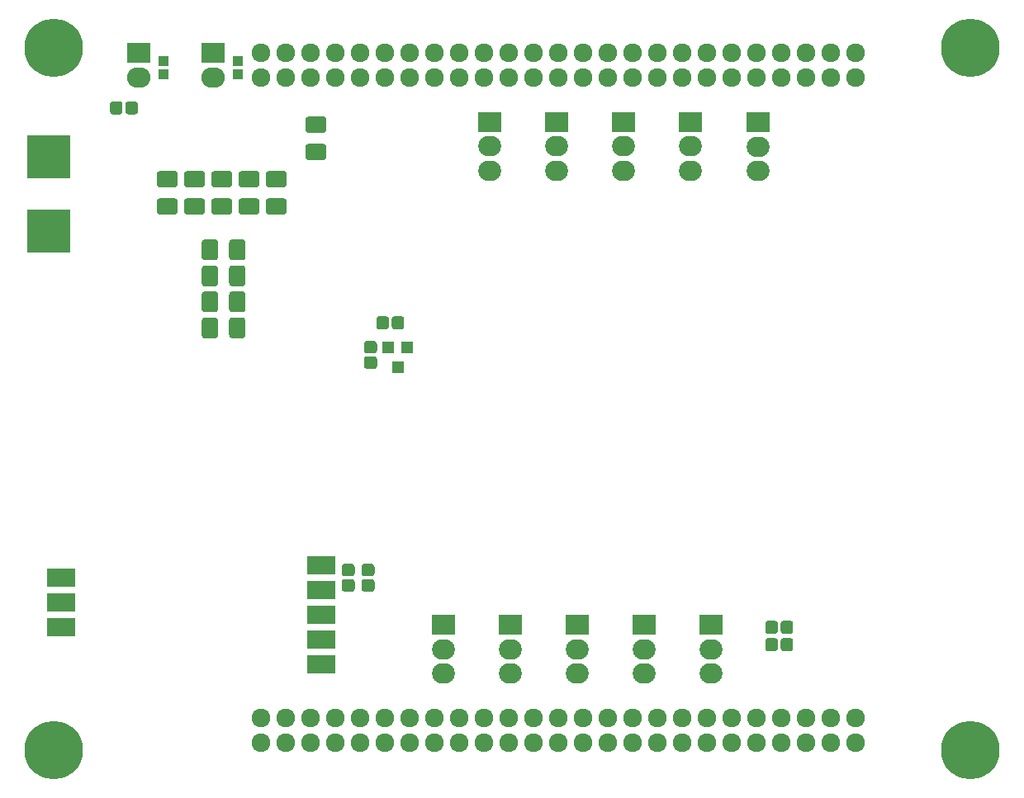
<source format=gbr>
G04 #@! TF.GenerationSoftware,KiCad,Pcbnew,(5.0.0)*
G04 #@! TF.CreationDate,2019-05-21T21:20:10+02:00*
G04 #@! TF.ProjectId,Nightmare V2 pcb V6,4E696768746D61726520563220706362,rev?*
G04 #@! TF.SameCoordinates,Original*
G04 #@! TF.FileFunction,Soldermask,Bot*
G04 #@! TF.FilePolarity,Negative*
%FSLAX46Y46*%
G04 Gerber Fmt 4.6, Leading zero omitted, Abs format (unit mm)*
G04 Created by KiCad (PCBNEW (5.0.0)) date 05/21/19 21:20:10*
%MOMM*%
%LPD*%
G01*
G04 APERTURE LIST*
%ADD10C,0.100000*%
%ADD11C,1.275000*%
%ADD12R,1.200000X1.300000*%
%ADD13R,2.350000X2.100000*%
%ADD14O,2.350000X2.100000*%
%ADD15C,1.924000*%
%ADD16R,1.100000X1.000000*%
%ADD17C,6.000000*%
%ADD18C,1.650000*%
%ADD19R,2.400000X2.100000*%
%ADD20O,2.400000X2.100000*%
%ADD21R,4.400000X4.400000*%
%ADD22R,2.940000X1.924000*%
G04 APERTURE END LIST*
D10*
G04 #@! TO.C,R12*
G36*
X160649493Y-106514535D02*
X160680435Y-106519125D01*
X160710778Y-106526725D01*
X160740230Y-106537263D01*
X160768508Y-106550638D01*
X160795338Y-106566719D01*
X160820463Y-106585353D01*
X160843640Y-106606360D01*
X160864647Y-106629537D01*
X160883281Y-106654662D01*
X160899362Y-106681492D01*
X160912737Y-106709770D01*
X160923275Y-106739222D01*
X160930875Y-106769565D01*
X160935465Y-106800507D01*
X160937000Y-106831750D01*
X160937000Y-107544250D01*
X160935465Y-107575493D01*
X160930875Y-107606435D01*
X160923275Y-107636778D01*
X160912737Y-107666230D01*
X160899362Y-107694508D01*
X160883281Y-107721338D01*
X160864647Y-107746463D01*
X160843640Y-107769640D01*
X160820463Y-107790647D01*
X160795338Y-107809281D01*
X160768508Y-107825362D01*
X160740230Y-107838737D01*
X160710778Y-107849275D01*
X160680435Y-107856875D01*
X160649493Y-107861465D01*
X160618250Y-107863000D01*
X159980750Y-107863000D01*
X159949507Y-107861465D01*
X159918565Y-107856875D01*
X159888222Y-107849275D01*
X159858770Y-107838737D01*
X159830492Y-107825362D01*
X159803662Y-107809281D01*
X159778537Y-107790647D01*
X159755360Y-107769640D01*
X159734353Y-107746463D01*
X159715719Y-107721338D01*
X159699638Y-107694508D01*
X159686263Y-107666230D01*
X159675725Y-107636778D01*
X159668125Y-107606435D01*
X159663535Y-107575493D01*
X159662000Y-107544250D01*
X159662000Y-106831750D01*
X159663535Y-106800507D01*
X159668125Y-106769565D01*
X159675725Y-106739222D01*
X159686263Y-106709770D01*
X159699638Y-106681492D01*
X159715719Y-106654662D01*
X159734353Y-106629537D01*
X159755360Y-106606360D01*
X159778537Y-106585353D01*
X159803662Y-106566719D01*
X159830492Y-106550638D01*
X159858770Y-106537263D01*
X159888222Y-106526725D01*
X159918565Y-106519125D01*
X159949507Y-106514535D01*
X159980750Y-106513000D01*
X160618250Y-106513000D01*
X160649493Y-106514535D01*
X160649493Y-106514535D01*
G37*
D11*
X160299500Y-107188000D03*
D10*
G36*
X159074493Y-106514535D02*
X159105435Y-106519125D01*
X159135778Y-106526725D01*
X159165230Y-106537263D01*
X159193508Y-106550638D01*
X159220338Y-106566719D01*
X159245463Y-106585353D01*
X159268640Y-106606360D01*
X159289647Y-106629537D01*
X159308281Y-106654662D01*
X159324362Y-106681492D01*
X159337737Y-106709770D01*
X159348275Y-106739222D01*
X159355875Y-106769565D01*
X159360465Y-106800507D01*
X159362000Y-106831750D01*
X159362000Y-107544250D01*
X159360465Y-107575493D01*
X159355875Y-107606435D01*
X159348275Y-107636778D01*
X159337737Y-107666230D01*
X159324362Y-107694508D01*
X159308281Y-107721338D01*
X159289647Y-107746463D01*
X159268640Y-107769640D01*
X159245463Y-107790647D01*
X159220338Y-107809281D01*
X159193508Y-107825362D01*
X159165230Y-107838737D01*
X159135778Y-107849275D01*
X159105435Y-107856875D01*
X159074493Y-107861465D01*
X159043250Y-107863000D01*
X158405750Y-107863000D01*
X158374507Y-107861465D01*
X158343565Y-107856875D01*
X158313222Y-107849275D01*
X158283770Y-107838737D01*
X158255492Y-107825362D01*
X158228662Y-107809281D01*
X158203537Y-107790647D01*
X158180360Y-107769640D01*
X158159353Y-107746463D01*
X158140719Y-107721338D01*
X158124638Y-107694508D01*
X158111263Y-107666230D01*
X158100725Y-107636778D01*
X158093125Y-107606435D01*
X158088535Y-107575493D01*
X158087000Y-107544250D01*
X158087000Y-106831750D01*
X158088535Y-106800507D01*
X158093125Y-106769565D01*
X158100725Y-106739222D01*
X158111263Y-106709770D01*
X158124638Y-106681492D01*
X158140719Y-106654662D01*
X158159353Y-106629537D01*
X158180360Y-106606360D01*
X158203537Y-106585353D01*
X158228662Y-106566719D01*
X158255492Y-106550638D01*
X158283770Y-106537263D01*
X158313222Y-106526725D01*
X158343565Y-106519125D01*
X158374507Y-106514535D01*
X158405750Y-106513000D01*
X159043250Y-106513000D01*
X159074493Y-106514535D01*
X159074493Y-106514535D01*
G37*
D11*
X158724500Y-107188000D03*
G04 #@! TD*
D10*
G04 #@! TO.C,R8*
G36*
X157867493Y-109066535D02*
X157898435Y-109071125D01*
X157928778Y-109078725D01*
X157958230Y-109089263D01*
X157986508Y-109102638D01*
X158013338Y-109118719D01*
X158038463Y-109137353D01*
X158061640Y-109158360D01*
X158082647Y-109181537D01*
X158101281Y-109206662D01*
X158117362Y-109233492D01*
X158130737Y-109261770D01*
X158141275Y-109291222D01*
X158148875Y-109321565D01*
X158153465Y-109352507D01*
X158155000Y-109383750D01*
X158155000Y-110021250D01*
X158153465Y-110052493D01*
X158148875Y-110083435D01*
X158141275Y-110113778D01*
X158130737Y-110143230D01*
X158117362Y-110171508D01*
X158101281Y-110198338D01*
X158082647Y-110223463D01*
X158061640Y-110246640D01*
X158038463Y-110267647D01*
X158013338Y-110286281D01*
X157986508Y-110302362D01*
X157958230Y-110315737D01*
X157928778Y-110326275D01*
X157898435Y-110333875D01*
X157867493Y-110338465D01*
X157836250Y-110340000D01*
X157123750Y-110340000D01*
X157092507Y-110338465D01*
X157061565Y-110333875D01*
X157031222Y-110326275D01*
X157001770Y-110315737D01*
X156973492Y-110302362D01*
X156946662Y-110286281D01*
X156921537Y-110267647D01*
X156898360Y-110246640D01*
X156877353Y-110223463D01*
X156858719Y-110198338D01*
X156842638Y-110171508D01*
X156829263Y-110143230D01*
X156818725Y-110113778D01*
X156811125Y-110083435D01*
X156806535Y-110052493D01*
X156805000Y-110021250D01*
X156805000Y-109383750D01*
X156806535Y-109352507D01*
X156811125Y-109321565D01*
X156818725Y-109291222D01*
X156829263Y-109261770D01*
X156842638Y-109233492D01*
X156858719Y-109206662D01*
X156877353Y-109181537D01*
X156898360Y-109158360D01*
X156921537Y-109137353D01*
X156946662Y-109118719D01*
X156973492Y-109102638D01*
X157001770Y-109089263D01*
X157031222Y-109078725D01*
X157061565Y-109071125D01*
X157092507Y-109066535D01*
X157123750Y-109065000D01*
X157836250Y-109065000D01*
X157867493Y-109066535D01*
X157867493Y-109066535D01*
G37*
D11*
X157480000Y-109702500D03*
D10*
G36*
X157867493Y-110641535D02*
X157898435Y-110646125D01*
X157928778Y-110653725D01*
X157958230Y-110664263D01*
X157986508Y-110677638D01*
X158013338Y-110693719D01*
X158038463Y-110712353D01*
X158061640Y-110733360D01*
X158082647Y-110756537D01*
X158101281Y-110781662D01*
X158117362Y-110808492D01*
X158130737Y-110836770D01*
X158141275Y-110866222D01*
X158148875Y-110896565D01*
X158153465Y-110927507D01*
X158155000Y-110958750D01*
X158155000Y-111596250D01*
X158153465Y-111627493D01*
X158148875Y-111658435D01*
X158141275Y-111688778D01*
X158130737Y-111718230D01*
X158117362Y-111746508D01*
X158101281Y-111773338D01*
X158082647Y-111798463D01*
X158061640Y-111821640D01*
X158038463Y-111842647D01*
X158013338Y-111861281D01*
X157986508Y-111877362D01*
X157958230Y-111890737D01*
X157928778Y-111901275D01*
X157898435Y-111908875D01*
X157867493Y-111913465D01*
X157836250Y-111915000D01*
X157123750Y-111915000D01*
X157092507Y-111913465D01*
X157061565Y-111908875D01*
X157031222Y-111901275D01*
X157001770Y-111890737D01*
X156973492Y-111877362D01*
X156946662Y-111861281D01*
X156921537Y-111842647D01*
X156898360Y-111821640D01*
X156877353Y-111798463D01*
X156858719Y-111773338D01*
X156842638Y-111746508D01*
X156829263Y-111718230D01*
X156818725Y-111688778D01*
X156811125Y-111658435D01*
X156806535Y-111627493D01*
X156805000Y-111596250D01*
X156805000Y-110958750D01*
X156806535Y-110927507D01*
X156811125Y-110896565D01*
X156818725Y-110866222D01*
X156829263Y-110836770D01*
X156842638Y-110808492D01*
X156858719Y-110781662D01*
X156877353Y-110756537D01*
X156898360Y-110733360D01*
X156921537Y-110712353D01*
X156946662Y-110693719D01*
X156973492Y-110677638D01*
X157001770Y-110664263D01*
X157031222Y-110653725D01*
X157061565Y-110646125D01*
X157092507Y-110641535D01*
X157123750Y-110640000D01*
X157836250Y-110640000D01*
X157867493Y-110641535D01*
X157867493Y-110641535D01*
G37*
D11*
X157480000Y-111277500D03*
G04 #@! TD*
D12*
G04 #@! TO.C,Q2*
X159324000Y-109744000D03*
X161224000Y-109744000D03*
X160274000Y-111744000D03*
G04 #@! TD*
D13*
G04 #@! TO.C,J14*
X164973000Y-138176000D03*
D14*
X164973000Y-140676000D03*
X164973000Y-143176000D03*
G04 #@! TD*
D13*
G04 #@! TO.C,J9*
X197231000Y-86614000D03*
D14*
X197231000Y-89114000D03*
X197231000Y-91614000D03*
G04 #@! TD*
D15*
G04 #@! TO.C,U4*
X146270000Y-79470000D03*
X148810000Y-79470000D03*
X151350000Y-79470000D03*
X153890000Y-79470000D03*
X146270000Y-147730000D03*
X148810000Y-147730000D03*
X207230000Y-150270000D03*
X204690000Y-150270000D03*
X202150000Y-150270000D03*
X199610000Y-150270000D03*
X197070000Y-150270000D03*
X194530000Y-150270000D03*
X191990000Y-150270000D03*
X189450000Y-150270000D03*
X186910000Y-150270000D03*
X184370000Y-150270000D03*
X181830000Y-150270000D03*
X179290000Y-150270000D03*
X176750000Y-150270000D03*
X174210000Y-150270000D03*
X171670000Y-150270000D03*
X169130000Y-150270000D03*
X166590000Y-150270000D03*
X164050000Y-150270000D03*
X161510000Y-150270000D03*
X158970000Y-150270000D03*
X156430000Y-150270000D03*
X153890000Y-150270000D03*
X151350000Y-150270000D03*
X148810000Y-150270000D03*
X146270000Y-150270000D03*
X207230000Y-147730000D03*
X204690000Y-147730000D03*
X202150000Y-147730000D03*
X199610000Y-147730000D03*
X197070000Y-147730000D03*
X194530000Y-147730000D03*
X191990000Y-147730000D03*
X189450000Y-147730000D03*
X186910000Y-147730000D03*
X184370000Y-147730000D03*
X181830000Y-147730000D03*
X179290000Y-147730000D03*
X176750000Y-147730000D03*
X174210000Y-147730000D03*
X171670000Y-147730000D03*
X169130000Y-147730000D03*
X166590000Y-147730000D03*
X164050000Y-147730000D03*
X161510000Y-147730000D03*
X158970000Y-147730000D03*
X156430000Y-147730000D03*
X153890000Y-147730000D03*
X151350000Y-147730000D03*
X207230000Y-82010000D03*
X204690000Y-82010000D03*
X202150000Y-82010000D03*
X199610000Y-82010000D03*
X197070000Y-82010000D03*
X194530000Y-82010000D03*
X191990000Y-82010000D03*
X189450000Y-82010000D03*
X186910000Y-82010000D03*
X184370000Y-82010000D03*
X181830000Y-82010000D03*
X179290000Y-82010000D03*
X176750000Y-82010000D03*
X174210000Y-82010000D03*
X171670000Y-82010000D03*
X169130000Y-82010000D03*
X166590000Y-82010000D03*
X164050000Y-82010000D03*
X161510000Y-82010000D03*
X158970000Y-82010000D03*
X156430000Y-82010000D03*
X153890000Y-82010000D03*
X151350000Y-82010000D03*
X148810000Y-82010000D03*
X146270000Y-82010000D03*
X207230000Y-79470000D03*
X204690000Y-79470000D03*
X202150000Y-79470000D03*
X199610000Y-79470000D03*
X197070000Y-79470000D03*
X194530000Y-79470000D03*
X191990000Y-79470000D03*
X189450000Y-79470000D03*
X186910000Y-79470000D03*
X184370000Y-79470000D03*
X181830000Y-79470000D03*
X179290000Y-79470000D03*
X176750000Y-79470000D03*
X174210000Y-79470000D03*
X171670000Y-79470000D03*
X169130000Y-79470000D03*
X166590000Y-79470000D03*
X164050000Y-79470000D03*
X161510000Y-79470000D03*
X158970000Y-79470000D03*
X156430000Y-79470000D03*
G04 #@! TD*
D16*
G04 #@! TO.C,D3*
X143891000Y-81726000D03*
X143891000Y-80326000D03*
G04 #@! TD*
G04 #@! TO.C,D2*
X136271000Y-80326000D03*
X136271000Y-81726000D03*
G04 #@! TD*
D17*
G04 #@! TO.C,MH4*
X219000000Y-151000000D03*
G04 #@! TD*
G04 #@! TO.C,MH3*
X219000000Y-79000000D03*
G04 #@! TD*
G04 #@! TO.C,MH1*
X125000000Y-151000000D03*
G04 #@! TD*
G04 #@! TO.C,MH2*
X125000000Y-79000000D03*
G04 #@! TD*
D10*
G04 #@! TO.C,C1*
G36*
X133344493Y-84467335D02*
X133375435Y-84471925D01*
X133405778Y-84479525D01*
X133435230Y-84490063D01*
X133463508Y-84503438D01*
X133490338Y-84519519D01*
X133515463Y-84538153D01*
X133538640Y-84559160D01*
X133559647Y-84582337D01*
X133578281Y-84607462D01*
X133594362Y-84634292D01*
X133607737Y-84662570D01*
X133618275Y-84692022D01*
X133625875Y-84722365D01*
X133630465Y-84753307D01*
X133632000Y-84784550D01*
X133632000Y-85497050D01*
X133630465Y-85528293D01*
X133625875Y-85559235D01*
X133618275Y-85589578D01*
X133607737Y-85619030D01*
X133594362Y-85647308D01*
X133578281Y-85674138D01*
X133559647Y-85699263D01*
X133538640Y-85722440D01*
X133515463Y-85743447D01*
X133490338Y-85762081D01*
X133463508Y-85778162D01*
X133435230Y-85791537D01*
X133405778Y-85802075D01*
X133375435Y-85809675D01*
X133344493Y-85814265D01*
X133313250Y-85815800D01*
X132675750Y-85815800D01*
X132644507Y-85814265D01*
X132613565Y-85809675D01*
X132583222Y-85802075D01*
X132553770Y-85791537D01*
X132525492Y-85778162D01*
X132498662Y-85762081D01*
X132473537Y-85743447D01*
X132450360Y-85722440D01*
X132429353Y-85699263D01*
X132410719Y-85674138D01*
X132394638Y-85647308D01*
X132381263Y-85619030D01*
X132370725Y-85589578D01*
X132363125Y-85559235D01*
X132358535Y-85528293D01*
X132357000Y-85497050D01*
X132357000Y-84784550D01*
X132358535Y-84753307D01*
X132363125Y-84722365D01*
X132370725Y-84692022D01*
X132381263Y-84662570D01*
X132394638Y-84634292D01*
X132410719Y-84607462D01*
X132429353Y-84582337D01*
X132450360Y-84559160D01*
X132473537Y-84538153D01*
X132498662Y-84519519D01*
X132525492Y-84503438D01*
X132553770Y-84490063D01*
X132583222Y-84479525D01*
X132613565Y-84471925D01*
X132644507Y-84467335D01*
X132675750Y-84465800D01*
X133313250Y-84465800D01*
X133344493Y-84467335D01*
X133344493Y-84467335D01*
G37*
D11*
X132994500Y-85140800D03*
D10*
G36*
X131769493Y-84467335D02*
X131800435Y-84471925D01*
X131830778Y-84479525D01*
X131860230Y-84490063D01*
X131888508Y-84503438D01*
X131915338Y-84519519D01*
X131940463Y-84538153D01*
X131963640Y-84559160D01*
X131984647Y-84582337D01*
X132003281Y-84607462D01*
X132019362Y-84634292D01*
X132032737Y-84662570D01*
X132043275Y-84692022D01*
X132050875Y-84722365D01*
X132055465Y-84753307D01*
X132057000Y-84784550D01*
X132057000Y-85497050D01*
X132055465Y-85528293D01*
X132050875Y-85559235D01*
X132043275Y-85589578D01*
X132032737Y-85619030D01*
X132019362Y-85647308D01*
X132003281Y-85674138D01*
X131984647Y-85699263D01*
X131963640Y-85722440D01*
X131940463Y-85743447D01*
X131915338Y-85762081D01*
X131888508Y-85778162D01*
X131860230Y-85791537D01*
X131830778Y-85802075D01*
X131800435Y-85809675D01*
X131769493Y-85814265D01*
X131738250Y-85815800D01*
X131100750Y-85815800D01*
X131069507Y-85814265D01*
X131038565Y-85809675D01*
X131008222Y-85802075D01*
X130978770Y-85791537D01*
X130950492Y-85778162D01*
X130923662Y-85762081D01*
X130898537Y-85743447D01*
X130875360Y-85722440D01*
X130854353Y-85699263D01*
X130835719Y-85674138D01*
X130819638Y-85647308D01*
X130806263Y-85619030D01*
X130795725Y-85589578D01*
X130788125Y-85559235D01*
X130783535Y-85528293D01*
X130782000Y-85497050D01*
X130782000Y-84784550D01*
X130783535Y-84753307D01*
X130788125Y-84722365D01*
X130795725Y-84692022D01*
X130806263Y-84662570D01*
X130819638Y-84634292D01*
X130835719Y-84607462D01*
X130854353Y-84582337D01*
X130875360Y-84559160D01*
X130898537Y-84538153D01*
X130923662Y-84519519D01*
X130950492Y-84503438D01*
X130978770Y-84490063D01*
X131008222Y-84479525D01*
X131038565Y-84471925D01*
X131069507Y-84467335D01*
X131100750Y-84465800D01*
X131738250Y-84465800D01*
X131769493Y-84467335D01*
X131769493Y-84467335D01*
G37*
D11*
X131419500Y-85140800D03*
G04 #@! TD*
D10*
G04 #@! TO.C,C67*
G36*
X157613493Y-133501535D02*
X157644435Y-133506125D01*
X157674778Y-133513725D01*
X157704230Y-133524263D01*
X157732508Y-133537638D01*
X157759338Y-133553719D01*
X157784463Y-133572353D01*
X157807640Y-133593360D01*
X157828647Y-133616537D01*
X157847281Y-133641662D01*
X157863362Y-133668492D01*
X157876737Y-133696770D01*
X157887275Y-133726222D01*
X157894875Y-133756565D01*
X157899465Y-133787507D01*
X157901000Y-133818750D01*
X157901000Y-134456250D01*
X157899465Y-134487493D01*
X157894875Y-134518435D01*
X157887275Y-134548778D01*
X157876737Y-134578230D01*
X157863362Y-134606508D01*
X157847281Y-134633338D01*
X157828647Y-134658463D01*
X157807640Y-134681640D01*
X157784463Y-134702647D01*
X157759338Y-134721281D01*
X157732508Y-134737362D01*
X157704230Y-134750737D01*
X157674778Y-134761275D01*
X157644435Y-134768875D01*
X157613493Y-134773465D01*
X157582250Y-134775000D01*
X156869750Y-134775000D01*
X156838507Y-134773465D01*
X156807565Y-134768875D01*
X156777222Y-134761275D01*
X156747770Y-134750737D01*
X156719492Y-134737362D01*
X156692662Y-134721281D01*
X156667537Y-134702647D01*
X156644360Y-134681640D01*
X156623353Y-134658463D01*
X156604719Y-134633338D01*
X156588638Y-134606508D01*
X156575263Y-134578230D01*
X156564725Y-134548778D01*
X156557125Y-134518435D01*
X156552535Y-134487493D01*
X156551000Y-134456250D01*
X156551000Y-133818750D01*
X156552535Y-133787507D01*
X156557125Y-133756565D01*
X156564725Y-133726222D01*
X156575263Y-133696770D01*
X156588638Y-133668492D01*
X156604719Y-133641662D01*
X156623353Y-133616537D01*
X156644360Y-133593360D01*
X156667537Y-133572353D01*
X156692662Y-133553719D01*
X156719492Y-133537638D01*
X156747770Y-133524263D01*
X156777222Y-133513725D01*
X156807565Y-133506125D01*
X156838507Y-133501535D01*
X156869750Y-133500000D01*
X157582250Y-133500000D01*
X157613493Y-133501535D01*
X157613493Y-133501535D01*
G37*
D11*
X157226000Y-134137500D03*
D10*
G36*
X157613493Y-131926535D02*
X157644435Y-131931125D01*
X157674778Y-131938725D01*
X157704230Y-131949263D01*
X157732508Y-131962638D01*
X157759338Y-131978719D01*
X157784463Y-131997353D01*
X157807640Y-132018360D01*
X157828647Y-132041537D01*
X157847281Y-132066662D01*
X157863362Y-132093492D01*
X157876737Y-132121770D01*
X157887275Y-132151222D01*
X157894875Y-132181565D01*
X157899465Y-132212507D01*
X157901000Y-132243750D01*
X157901000Y-132881250D01*
X157899465Y-132912493D01*
X157894875Y-132943435D01*
X157887275Y-132973778D01*
X157876737Y-133003230D01*
X157863362Y-133031508D01*
X157847281Y-133058338D01*
X157828647Y-133083463D01*
X157807640Y-133106640D01*
X157784463Y-133127647D01*
X157759338Y-133146281D01*
X157732508Y-133162362D01*
X157704230Y-133175737D01*
X157674778Y-133186275D01*
X157644435Y-133193875D01*
X157613493Y-133198465D01*
X157582250Y-133200000D01*
X156869750Y-133200000D01*
X156838507Y-133198465D01*
X156807565Y-133193875D01*
X156777222Y-133186275D01*
X156747770Y-133175737D01*
X156719492Y-133162362D01*
X156692662Y-133146281D01*
X156667537Y-133127647D01*
X156644360Y-133106640D01*
X156623353Y-133083463D01*
X156604719Y-133058338D01*
X156588638Y-133031508D01*
X156575263Y-133003230D01*
X156564725Y-132973778D01*
X156557125Y-132943435D01*
X156552535Y-132912493D01*
X156551000Y-132881250D01*
X156551000Y-132243750D01*
X156552535Y-132212507D01*
X156557125Y-132181565D01*
X156564725Y-132151222D01*
X156575263Y-132121770D01*
X156588638Y-132093492D01*
X156604719Y-132066662D01*
X156623353Y-132041537D01*
X156644360Y-132018360D01*
X156667537Y-131997353D01*
X156692662Y-131978719D01*
X156719492Y-131962638D01*
X156747770Y-131949263D01*
X156777222Y-131938725D01*
X156807565Y-131931125D01*
X156838507Y-131926535D01*
X156869750Y-131925000D01*
X157582250Y-131925000D01*
X157613493Y-131926535D01*
X157613493Y-131926535D01*
G37*
D11*
X157226000Y-132562500D03*
G04 #@! TD*
D10*
G04 #@! TO.C,C66*
G36*
X155581493Y-131926535D02*
X155612435Y-131931125D01*
X155642778Y-131938725D01*
X155672230Y-131949263D01*
X155700508Y-131962638D01*
X155727338Y-131978719D01*
X155752463Y-131997353D01*
X155775640Y-132018360D01*
X155796647Y-132041537D01*
X155815281Y-132066662D01*
X155831362Y-132093492D01*
X155844737Y-132121770D01*
X155855275Y-132151222D01*
X155862875Y-132181565D01*
X155867465Y-132212507D01*
X155869000Y-132243750D01*
X155869000Y-132881250D01*
X155867465Y-132912493D01*
X155862875Y-132943435D01*
X155855275Y-132973778D01*
X155844737Y-133003230D01*
X155831362Y-133031508D01*
X155815281Y-133058338D01*
X155796647Y-133083463D01*
X155775640Y-133106640D01*
X155752463Y-133127647D01*
X155727338Y-133146281D01*
X155700508Y-133162362D01*
X155672230Y-133175737D01*
X155642778Y-133186275D01*
X155612435Y-133193875D01*
X155581493Y-133198465D01*
X155550250Y-133200000D01*
X154837750Y-133200000D01*
X154806507Y-133198465D01*
X154775565Y-133193875D01*
X154745222Y-133186275D01*
X154715770Y-133175737D01*
X154687492Y-133162362D01*
X154660662Y-133146281D01*
X154635537Y-133127647D01*
X154612360Y-133106640D01*
X154591353Y-133083463D01*
X154572719Y-133058338D01*
X154556638Y-133031508D01*
X154543263Y-133003230D01*
X154532725Y-132973778D01*
X154525125Y-132943435D01*
X154520535Y-132912493D01*
X154519000Y-132881250D01*
X154519000Y-132243750D01*
X154520535Y-132212507D01*
X154525125Y-132181565D01*
X154532725Y-132151222D01*
X154543263Y-132121770D01*
X154556638Y-132093492D01*
X154572719Y-132066662D01*
X154591353Y-132041537D01*
X154612360Y-132018360D01*
X154635537Y-131997353D01*
X154660662Y-131978719D01*
X154687492Y-131962638D01*
X154715770Y-131949263D01*
X154745222Y-131938725D01*
X154775565Y-131931125D01*
X154806507Y-131926535D01*
X154837750Y-131925000D01*
X155550250Y-131925000D01*
X155581493Y-131926535D01*
X155581493Y-131926535D01*
G37*
D11*
X155194000Y-132562500D03*
D10*
G36*
X155581493Y-133501535D02*
X155612435Y-133506125D01*
X155642778Y-133513725D01*
X155672230Y-133524263D01*
X155700508Y-133537638D01*
X155727338Y-133553719D01*
X155752463Y-133572353D01*
X155775640Y-133593360D01*
X155796647Y-133616537D01*
X155815281Y-133641662D01*
X155831362Y-133668492D01*
X155844737Y-133696770D01*
X155855275Y-133726222D01*
X155862875Y-133756565D01*
X155867465Y-133787507D01*
X155869000Y-133818750D01*
X155869000Y-134456250D01*
X155867465Y-134487493D01*
X155862875Y-134518435D01*
X155855275Y-134548778D01*
X155844737Y-134578230D01*
X155831362Y-134606508D01*
X155815281Y-134633338D01*
X155796647Y-134658463D01*
X155775640Y-134681640D01*
X155752463Y-134702647D01*
X155727338Y-134721281D01*
X155700508Y-134737362D01*
X155672230Y-134750737D01*
X155642778Y-134761275D01*
X155612435Y-134768875D01*
X155581493Y-134773465D01*
X155550250Y-134775000D01*
X154837750Y-134775000D01*
X154806507Y-134773465D01*
X154775565Y-134768875D01*
X154745222Y-134761275D01*
X154715770Y-134750737D01*
X154687492Y-134737362D01*
X154660662Y-134721281D01*
X154635537Y-134702647D01*
X154612360Y-134681640D01*
X154591353Y-134658463D01*
X154572719Y-134633338D01*
X154556638Y-134606508D01*
X154543263Y-134578230D01*
X154532725Y-134548778D01*
X154525125Y-134518435D01*
X154520535Y-134487493D01*
X154519000Y-134456250D01*
X154519000Y-133818750D01*
X154520535Y-133787507D01*
X154525125Y-133756565D01*
X154532725Y-133726222D01*
X154543263Y-133696770D01*
X154556638Y-133668492D01*
X154572719Y-133641662D01*
X154591353Y-133616537D01*
X154612360Y-133593360D01*
X154635537Y-133572353D01*
X154660662Y-133553719D01*
X154687492Y-133537638D01*
X154715770Y-133524263D01*
X154745222Y-133513725D01*
X154775565Y-133506125D01*
X154806507Y-133501535D01*
X154837750Y-133500000D01*
X155550250Y-133500000D01*
X155581493Y-133501535D01*
X155581493Y-133501535D01*
G37*
D11*
X155194000Y-134137500D03*
G04 #@! TD*
D10*
G04 #@! TO.C,C64*
G36*
X198952493Y-139534535D02*
X198983435Y-139539125D01*
X199013778Y-139546725D01*
X199043230Y-139557263D01*
X199071508Y-139570638D01*
X199098338Y-139586719D01*
X199123463Y-139605353D01*
X199146640Y-139626360D01*
X199167647Y-139649537D01*
X199186281Y-139674662D01*
X199202362Y-139701492D01*
X199215737Y-139729770D01*
X199226275Y-139759222D01*
X199233875Y-139789565D01*
X199238465Y-139820507D01*
X199240000Y-139851750D01*
X199240000Y-140564250D01*
X199238465Y-140595493D01*
X199233875Y-140626435D01*
X199226275Y-140656778D01*
X199215737Y-140686230D01*
X199202362Y-140714508D01*
X199186281Y-140741338D01*
X199167647Y-140766463D01*
X199146640Y-140789640D01*
X199123463Y-140810647D01*
X199098338Y-140829281D01*
X199071508Y-140845362D01*
X199043230Y-140858737D01*
X199013778Y-140869275D01*
X198983435Y-140876875D01*
X198952493Y-140881465D01*
X198921250Y-140883000D01*
X198283750Y-140883000D01*
X198252507Y-140881465D01*
X198221565Y-140876875D01*
X198191222Y-140869275D01*
X198161770Y-140858737D01*
X198133492Y-140845362D01*
X198106662Y-140829281D01*
X198081537Y-140810647D01*
X198058360Y-140789640D01*
X198037353Y-140766463D01*
X198018719Y-140741338D01*
X198002638Y-140714508D01*
X197989263Y-140686230D01*
X197978725Y-140656778D01*
X197971125Y-140626435D01*
X197966535Y-140595493D01*
X197965000Y-140564250D01*
X197965000Y-139851750D01*
X197966535Y-139820507D01*
X197971125Y-139789565D01*
X197978725Y-139759222D01*
X197989263Y-139729770D01*
X198002638Y-139701492D01*
X198018719Y-139674662D01*
X198037353Y-139649537D01*
X198058360Y-139626360D01*
X198081537Y-139605353D01*
X198106662Y-139586719D01*
X198133492Y-139570638D01*
X198161770Y-139557263D01*
X198191222Y-139546725D01*
X198221565Y-139539125D01*
X198252507Y-139534535D01*
X198283750Y-139533000D01*
X198921250Y-139533000D01*
X198952493Y-139534535D01*
X198952493Y-139534535D01*
G37*
D11*
X198602500Y-140208000D03*
D10*
G36*
X200527493Y-139534535D02*
X200558435Y-139539125D01*
X200588778Y-139546725D01*
X200618230Y-139557263D01*
X200646508Y-139570638D01*
X200673338Y-139586719D01*
X200698463Y-139605353D01*
X200721640Y-139626360D01*
X200742647Y-139649537D01*
X200761281Y-139674662D01*
X200777362Y-139701492D01*
X200790737Y-139729770D01*
X200801275Y-139759222D01*
X200808875Y-139789565D01*
X200813465Y-139820507D01*
X200815000Y-139851750D01*
X200815000Y-140564250D01*
X200813465Y-140595493D01*
X200808875Y-140626435D01*
X200801275Y-140656778D01*
X200790737Y-140686230D01*
X200777362Y-140714508D01*
X200761281Y-140741338D01*
X200742647Y-140766463D01*
X200721640Y-140789640D01*
X200698463Y-140810647D01*
X200673338Y-140829281D01*
X200646508Y-140845362D01*
X200618230Y-140858737D01*
X200588778Y-140869275D01*
X200558435Y-140876875D01*
X200527493Y-140881465D01*
X200496250Y-140883000D01*
X199858750Y-140883000D01*
X199827507Y-140881465D01*
X199796565Y-140876875D01*
X199766222Y-140869275D01*
X199736770Y-140858737D01*
X199708492Y-140845362D01*
X199681662Y-140829281D01*
X199656537Y-140810647D01*
X199633360Y-140789640D01*
X199612353Y-140766463D01*
X199593719Y-140741338D01*
X199577638Y-140714508D01*
X199564263Y-140686230D01*
X199553725Y-140656778D01*
X199546125Y-140626435D01*
X199541535Y-140595493D01*
X199540000Y-140564250D01*
X199540000Y-139851750D01*
X199541535Y-139820507D01*
X199546125Y-139789565D01*
X199553725Y-139759222D01*
X199564263Y-139729770D01*
X199577638Y-139701492D01*
X199593719Y-139674662D01*
X199612353Y-139649537D01*
X199633360Y-139626360D01*
X199656537Y-139605353D01*
X199681662Y-139586719D01*
X199708492Y-139570638D01*
X199736770Y-139557263D01*
X199766222Y-139546725D01*
X199796565Y-139539125D01*
X199827507Y-139534535D01*
X199858750Y-139533000D01*
X200496250Y-139533000D01*
X200527493Y-139534535D01*
X200527493Y-139534535D01*
G37*
D11*
X200177500Y-140208000D03*
G04 #@! TD*
D10*
G04 #@! TO.C,C65*
G36*
X200527493Y-137756535D02*
X200558435Y-137761125D01*
X200588778Y-137768725D01*
X200618230Y-137779263D01*
X200646508Y-137792638D01*
X200673338Y-137808719D01*
X200698463Y-137827353D01*
X200721640Y-137848360D01*
X200742647Y-137871537D01*
X200761281Y-137896662D01*
X200777362Y-137923492D01*
X200790737Y-137951770D01*
X200801275Y-137981222D01*
X200808875Y-138011565D01*
X200813465Y-138042507D01*
X200815000Y-138073750D01*
X200815000Y-138786250D01*
X200813465Y-138817493D01*
X200808875Y-138848435D01*
X200801275Y-138878778D01*
X200790737Y-138908230D01*
X200777362Y-138936508D01*
X200761281Y-138963338D01*
X200742647Y-138988463D01*
X200721640Y-139011640D01*
X200698463Y-139032647D01*
X200673338Y-139051281D01*
X200646508Y-139067362D01*
X200618230Y-139080737D01*
X200588778Y-139091275D01*
X200558435Y-139098875D01*
X200527493Y-139103465D01*
X200496250Y-139105000D01*
X199858750Y-139105000D01*
X199827507Y-139103465D01*
X199796565Y-139098875D01*
X199766222Y-139091275D01*
X199736770Y-139080737D01*
X199708492Y-139067362D01*
X199681662Y-139051281D01*
X199656537Y-139032647D01*
X199633360Y-139011640D01*
X199612353Y-138988463D01*
X199593719Y-138963338D01*
X199577638Y-138936508D01*
X199564263Y-138908230D01*
X199553725Y-138878778D01*
X199546125Y-138848435D01*
X199541535Y-138817493D01*
X199540000Y-138786250D01*
X199540000Y-138073750D01*
X199541535Y-138042507D01*
X199546125Y-138011565D01*
X199553725Y-137981222D01*
X199564263Y-137951770D01*
X199577638Y-137923492D01*
X199593719Y-137896662D01*
X199612353Y-137871537D01*
X199633360Y-137848360D01*
X199656537Y-137827353D01*
X199681662Y-137808719D01*
X199708492Y-137792638D01*
X199736770Y-137779263D01*
X199766222Y-137768725D01*
X199796565Y-137761125D01*
X199827507Y-137756535D01*
X199858750Y-137755000D01*
X200496250Y-137755000D01*
X200527493Y-137756535D01*
X200527493Y-137756535D01*
G37*
D11*
X200177500Y-138430000D03*
D10*
G36*
X198952493Y-137756535D02*
X198983435Y-137761125D01*
X199013778Y-137768725D01*
X199043230Y-137779263D01*
X199071508Y-137792638D01*
X199098338Y-137808719D01*
X199123463Y-137827353D01*
X199146640Y-137848360D01*
X199167647Y-137871537D01*
X199186281Y-137896662D01*
X199202362Y-137923492D01*
X199215737Y-137951770D01*
X199226275Y-137981222D01*
X199233875Y-138011565D01*
X199238465Y-138042507D01*
X199240000Y-138073750D01*
X199240000Y-138786250D01*
X199238465Y-138817493D01*
X199233875Y-138848435D01*
X199226275Y-138878778D01*
X199215737Y-138908230D01*
X199202362Y-138936508D01*
X199186281Y-138963338D01*
X199167647Y-138988463D01*
X199146640Y-139011640D01*
X199123463Y-139032647D01*
X199098338Y-139051281D01*
X199071508Y-139067362D01*
X199043230Y-139080737D01*
X199013778Y-139091275D01*
X198983435Y-139098875D01*
X198952493Y-139103465D01*
X198921250Y-139105000D01*
X198283750Y-139105000D01*
X198252507Y-139103465D01*
X198221565Y-139098875D01*
X198191222Y-139091275D01*
X198161770Y-139080737D01*
X198133492Y-139067362D01*
X198106662Y-139051281D01*
X198081537Y-139032647D01*
X198058360Y-139011640D01*
X198037353Y-138988463D01*
X198018719Y-138963338D01*
X198002638Y-138936508D01*
X197989263Y-138908230D01*
X197978725Y-138878778D01*
X197971125Y-138848435D01*
X197966535Y-138817493D01*
X197965000Y-138786250D01*
X197965000Y-138073750D01*
X197966535Y-138042507D01*
X197971125Y-138011565D01*
X197978725Y-137981222D01*
X197989263Y-137951770D01*
X198002638Y-137923492D01*
X198018719Y-137896662D01*
X198037353Y-137871537D01*
X198058360Y-137848360D01*
X198081537Y-137827353D01*
X198106662Y-137808719D01*
X198133492Y-137792638D01*
X198161770Y-137779263D01*
X198191222Y-137768725D01*
X198221565Y-137761125D01*
X198252507Y-137756535D01*
X198283750Y-137755000D01*
X198921250Y-137755000D01*
X198952493Y-137756535D01*
X198952493Y-137756535D01*
G37*
D11*
X198602500Y-138430000D03*
G04 #@! TD*
D10*
G04 #@! TO.C,C62*
G36*
X145811346Y-94429589D02*
X145843380Y-94434341D01*
X145874794Y-94442210D01*
X145905286Y-94453120D01*
X145934561Y-94466966D01*
X145962338Y-94483615D01*
X145988350Y-94502907D01*
X146012345Y-94524655D01*
X146034093Y-94548650D01*
X146053385Y-94574662D01*
X146070034Y-94602439D01*
X146083880Y-94631714D01*
X146094790Y-94662206D01*
X146102659Y-94693620D01*
X146107411Y-94725654D01*
X146109000Y-94758000D01*
X146109000Y-95748000D01*
X146107411Y-95780346D01*
X146102659Y-95812380D01*
X146094790Y-95843794D01*
X146083880Y-95874286D01*
X146070034Y-95903561D01*
X146053385Y-95931338D01*
X146034093Y-95957350D01*
X146012345Y-95981345D01*
X145988350Y-96003093D01*
X145962338Y-96022385D01*
X145934561Y-96039034D01*
X145905286Y-96052880D01*
X145874794Y-96063790D01*
X145843380Y-96071659D01*
X145811346Y-96076411D01*
X145779000Y-96078000D01*
X144289000Y-96078000D01*
X144256654Y-96076411D01*
X144224620Y-96071659D01*
X144193206Y-96063790D01*
X144162714Y-96052880D01*
X144133439Y-96039034D01*
X144105662Y-96022385D01*
X144079650Y-96003093D01*
X144055655Y-95981345D01*
X144033907Y-95957350D01*
X144014615Y-95931338D01*
X143997966Y-95903561D01*
X143984120Y-95874286D01*
X143973210Y-95843794D01*
X143965341Y-95812380D01*
X143960589Y-95780346D01*
X143959000Y-95748000D01*
X143959000Y-94758000D01*
X143960589Y-94725654D01*
X143965341Y-94693620D01*
X143973210Y-94662206D01*
X143984120Y-94631714D01*
X143997966Y-94602439D01*
X144014615Y-94574662D01*
X144033907Y-94548650D01*
X144055655Y-94524655D01*
X144079650Y-94502907D01*
X144105662Y-94483615D01*
X144133439Y-94466966D01*
X144162714Y-94453120D01*
X144193206Y-94442210D01*
X144224620Y-94434341D01*
X144256654Y-94429589D01*
X144289000Y-94428000D01*
X145779000Y-94428000D01*
X145811346Y-94429589D01*
X145811346Y-94429589D01*
G37*
D18*
X145034000Y-95253000D03*
D10*
G36*
X145811346Y-91629589D02*
X145843380Y-91634341D01*
X145874794Y-91642210D01*
X145905286Y-91653120D01*
X145934561Y-91666966D01*
X145962338Y-91683615D01*
X145988350Y-91702907D01*
X146012345Y-91724655D01*
X146034093Y-91748650D01*
X146053385Y-91774662D01*
X146070034Y-91802439D01*
X146083880Y-91831714D01*
X146094790Y-91862206D01*
X146102659Y-91893620D01*
X146107411Y-91925654D01*
X146109000Y-91958000D01*
X146109000Y-92948000D01*
X146107411Y-92980346D01*
X146102659Y-93012380D01*
X146094790Y-93043794D01*
X146083880Y-93074286D01*
X146070034Y-93103561D01*
X146053385Y-93131338D01*
X146034093Y-93157350D01*
X146012345Y-93181345D01*
X145988350Y-93203093D01*
X145962338Y-93222385D01*
X145934561Y-93239034D01*
X145905286Y-93252880D01*
X145874794Y-93263790D01*
X145843380Y-93271659D01*
X145811346Y-93276411D01*
X145779000Y-93278000D01*
X144289000Y-93278000D01*
X144256654Y-93276411D01*
X144224620Y-93271659D01*
X144193206Y-93263790D01*
X144162714Y-93252880D01*
X144133439Y-93239034D01*
X144105662Y-93222385D01*
X144079650Y-93203093D01*
X144055655Y-93181345D01*
X144033907Y-93157350D01*
X144014615Y-93131338D01*
X143997966Y-93103561D01*
X143984120Y-93074286D01*
X143973210Y-93043794D01*
X143965341Y-93012380D01*
X143960589Y-92980346D01*
X143959000Y-92948000D01*
X143959000Y-91958000D01*
X143960589Y-91925654D01*
X143965341Y-91893620D01*
X143973210Y-91862206D01*
X143984120Y-91831714D01*
X143997966Y-91802439D01*
X144014615Y-91774662D01*
X144033907Y-91748650D01*
X144055655Y-91724655D01*
X144079650Y-91702907D01*
X144105662Y-91683615D01*
X144133439Y-91666966D01*
X144162714Y-91653120D01*
X144193206Y-91642210D01*
X144224620Y-91634341D01*
X144256654Y-91629589D01*
X144289000Y-91628000D01*
X145779000Y-91628000D01*
X145811346Y-91629589D01*
X145811346Y-91629589D01*
G37*
D18*
X145034000Y-92453000D03*
G04 #@! TD*
D10*
G04 #@! TO.C,C63*
G36*
X148605346Y-91629589D02*
X148637380Y-91634341D01*
X148668794Y-91642210D01*
X148699286Y-91653120D01*
X148728561Y-91666966D01*
X148756338Y-91683615D01*
X148782350Y-91702907D01*
X148806345Y-91724655D01*
X148828093Y-91748650D01*
X148847385Y-91774662D01*
X148864034Y-91802439D01*
X148877880Y-91831714D01*
X148888790Y-91862206D01*
X148896659Y-91893620D01*
X148901411Y-91925654D01*
X148903000Y-91958000D01*
X148903000Y-92948000D01*
X148901411Y-92980346D01*
X148896659Y-93012380D01*
X148888790Y-93043794D01*
X148877880Y-93074286D01*
X148864034Y-93103561D01*
X148847385Y-93131338D01*
X148828093Y-93157350D01*
X148806345Y-93181345D01*
X148782350Y-93203093D01*
X148756338Y-93222385D01*
X148728561Y-93239034D01*
X148699286Y-93252880D01*
X148668794Y-93263790D01*
X148637380Y-93271659D01*
X148605346Y-93276411D01*
X148573000Y-93278000D01*
X147083000Y-93278000D01*
X147050654Y-93276411D01*
X147018620Y-93271659D01*
X146987206Y-93263790D01*
X146956714Y-93252880D01*
X146927439Y-93239034D01*
X146899662Y-93222385D01*
X146873650Y-93203093D01*
X146849655Y-93181345D01*
X146827907Y-93157350D01*
X146808615Y-93131338D01*
X146791966Y-93103561D01*
X146778120Y-93074286D01*
X146767210Y-93043794D01*
X146759341Y-93012380D01*
X146754589Y-92980346D01*
X146753000Y-92948000D01*
X146753000Y-91958000D01*
X146754589Y-91925654D01*
X146759341Y-91893620D01*
X146767210Y-91862206D01*
X146778120Y-91831714D01*
X146791966Y-91802439D01*
X146808615Y-91774662D01*
X146827907Y-91748650D01*
X146849655Y-91724655D01*
X146873650Y-91702907D01*
X146899662Y-91683615D01*
X146927439Y-91666966D01*
X146956714Y-91653120D01*
X146987206Y-91642210D01*
X147018620Y-91634341D01*
X147050654Y-91629589D01*
X147083000Y-91628000D01*
X148573000Y-91628000D01*
X148605346Y-91629589D01*
X148605346Y-91629589D01*
G37*
D18*
X147828000Y-92453000D03*
D10*
G36*
X148605346Y-94429589D02*
X148637380Y-94434341D01*
X148668794Y-94442210D01*
X148699286Y-94453120D01*
X148728561Y-94466966D01*
X148756338Y-94483615D01*
X148782350Y-94502907D01*
X148806345Y-94524655D01*
X148828093Y-94548650D01*
X148847385Y-94574662D01*
X148864034Y-94602439D01*
X148877880Y-94631714D01*
X148888790Y-94662206D01*
X148896659Y-94693620D01*
X148901411Y-94725654D01*
X148903000Y-94758000D01*
X148903000Y-95748000D01*
X148901411Y-95780346D01*
X148896659Y-95812380D01*
X148888790Y-95843794D01*
X148877880Y-95874286D01*
X148864034Y-95903561D01*
X148847385Y-95931338D01*
X148828093Y-95957350D01*
X148806345Y-95981345D01*
X148782350Y-96003093D01*
X148756338Y-96022385D01*
X148728561Y-96039034D01*
X148699286Y-96052880D01*
X148668794Y-96063790D01*
X148637380Y-96071659D01*
X148605346Y-96076411D01*
X148573000Y-96078000D01*
X147083000Y-96078000D01*
X147050654Y-96076411D01*
X147018620Y-96071659D01*
X146987206Y-96063790D01*
X146956714Y-96052880D01*
X146927439Y-96039034D01*
X146899662Y-96022385D01*
X146873650Y-96003093D01*
X146849655Y-95981345D01*
X146827907Y-95957350D01*
X146808615Y-95931338D01*
X146791966Y-95903561D01*
X146778120Y-95874286D01*
X146767210Y-95843794D01*
X146759341Y-95812380D01*
X146754589Y-95780346D01*
X146753000Y-95748000D01*
X146753000Y-94758000D01*
X146754589Y-94725654D01*
X146759341Y-94693620D01*
X146767210Y-94662206D01*
X146778120Y-94631714D01*
X146791966Y-94602439D01*
X146808615Y-94574662D01*
X146827907Y-94548650D01*
X146849655Y-94524655D01*
X146873650Y-94502907D01*
X146899662Y-94483615D01*
X146927439Y-94466966D01*
X146956714Y-94453120D01*
X146987206Y-94442210D01*
X147018620Y-94434341D01*
X147050654Y-94429589D01*
X147083000Y-94428000D01*
X148573000Y-94428000D01*
X148605346Y-94429589D01*
X148605346Y-94429589D01*
G37*
D18*
X147828000Y-95253000D03*
G04 #@! TD*
D10*
G04 #@! TO.C,C59*
G36*
X137429346Y-94429589D02*
X137461380Y-94434341D01*
X137492794Y-94442210D01*
X137523286Y-94453120D01*
X137552561Y-94466966D01*
X137580338Y-94483615D01*
X137606350Y-94502907D01*
X137630345Y-94524655D01*
X137652093Y-94548650D01*
X137671385Y-94574662D01*
X137688034Y-94602439D01*
X137701880Y-94631714D01*
X137712790Y-94662206D01*
X137720659Y-94693620D01*
X137725411Y-94725654D01*
X137727000Y-94758000D01*
X137727000Y-95748000D01*
X137725411Y-95780346D01*
X137720659Y-95812380D01*
X137712790Y-95843794D01*
X137701880Y-95874286D01*
X137688034Y-95903561D01*
X137671385Y-95931338D01*
X137652093Y-95957350D01*
X137630345Y-95981345D01*
X137606350Y-96003093D01*
X137580338Y-96022385D01*
X137552561Y-96039034D01*
X137523286Y-96052880D01*
X137492794Y-96063790D01*
X137461380Y-96071659D01*
X137429346Y-96076411D01*
X137397000Y-96078000D01*
X135907000Y-96078000D01*
X135874654Y-96076411D01*
X135842620Y-96071659D01*
X135811206Y-96063790D01*
X135780714Y-96052880D01*
X135751439Y-96039034D01*
X135723662Y-96022385D01*
X135697650Y-96003093D01*
X135673655Y-95981345D01*
X135651907Y-95957350D01*
X135632615Y-95931338D01*
X135615966Y-95903561D01*
X135602120Y-95874286D01*
X135591210Y-95843794D01*
X135583341Y-95812380D01*
X135578589Y-95780346D01*
X135577000Y-95748000D01*
X135577000Y-94758000D01*
X135578589Y-94725654D01*
X135583341Y-94693620D01*
X135591210Y-94662206D01*
X135602120Y-94631714D01*
X135615966Y-94602439D01*
X135632615Y-94574662D01*
X135651907Y-94548650D01*
X135673655Y-94524655D01*
X135697650Y-94502907D01*
X135723662Y-94483615D01*
X135751439Y-94466966D01*
X135780714Y-94453120D01*
X135811206Y-94442210D01*
X135842620Y-94434341D01*
X135874654Y-94429589D01*
X135907000Y-94428000D01*
X137397000Y-94428000D01*
X137429346Y-94429589D01*
X137429346Y-94429589D01*
G37*
D18*
X136652000Y-95253000D03*
D10*
G36*
X137429346Y-91629589D02*
X137461380Y-91634341D01*
X137492794Y-91642210D01*
X137523286Y-91653120D01*
X137552561Y-91666966D01*
X137580338Y-91683615D01*
X137606350Y-91702907D01*
X137630345Y-91724655D01*
X137652093Y-91748650D01*
X137671385Y-91774662D01*
X137688034Y-91802439D01*
X137701880Y-91831714D01*
X137712790Y-91862206D01*
X137720659Y-91893620D01*
X137725411Y-91925654D01*
X137727000Y-91958000D01*
X137727000Y-92948000D01*
X137725411Y-92980346D01*
X137720659Y-93012380D01*
X137712790Y-93043794D01*
X137701880Y-93074286D01*
X137688034Y-93103561D01*
X137671385Y-93131338D01*
X137652093Y-93157350D01*
X137630345Y-93181345D01*
X137606350Y-93203093D01*
X137580338Y-93222385D01*
X137552561Y-93239034D01*
X137523286Y-93252880D01*
X137492794Y-93263790D01*
X137461380Y-93271659D01*
X137429346Y-93276411D01*
X137397000Y-93278000D01*
X135907000Y-93278000D01*
X135874654Y-93276411D01*
X135842620Y-93271659D01*
X135811206Y-93263790D01*
X135780714Y-93252880D01*
X135751439Y-93239034D01*
X135723662Y-93222385D01*
X135697650Y-93203093D01*
X135673655Y-93181345D01*
X135651907Y-93157350D01*
X135632615Y-93131338D01*
X135615966Y-93103561D01*
X135602120Y-93074286D01*
X135591210Y-93043794D01*
X135583341Y-93012380D01*
X135578589Y-92980346D01*
X135577000Y-92948000D01*
X135577000Y-91958000D01*
X135578589Y-91925654D01*
X135583341Y-91893620D01*
X135591210Y-91862206D01*
X135602120Y-91831714D01*
X135615966Y-91802439D01*
X135632615Y-91774662D01*
X135651907Y-91748650D01*
X135673655Y-91724655D01*
X135697650Y-91702907D01*
X135723662Y-91683615D01*
X135751439Y-91666966D01*
X135780714Y-91653120D01*
X135811206Y-91642210D01*
X135842620Y-91634341D01*
X135874654Y-91629589D01*
X135907000Y-91628000D01*
X137397000Y-91628000D01*
X137429346Y-91629589D01*
X137429346Y-91629589D01*
G37*
D18*
X136652000Y-92453000D03*
G04 #@! TD*
D10*
G04 #@! TO.C,C58*
G36*
X152669346Y-88841589D02*
X152701380Y-88846341D01*
X152732794Y-88854210D01*
X152763286Y-88865120D01*
X152792561Y-88878966D01*
X152820338Y-88895615D01*
X152846350Y-88914907D01*
X152870345Y-88936655D01*
X152892093Y-88960650D01*
X152911385Y-88986662D01*
X152928034Y-89014439D01*
X152941880Y-89043714D01*
X152952790Y-89074206D01*
X152960659Y-89105620D01*
X152965411Y-89137654D01*
X152967000Y-89170000D01*
X152967000Y-90160000D01*
X152965411Y-90192346D01*
X152960659Y-90224380D01*
X152952790Y-90255794D01*
X152941880Y-90286286D01*
X152928034Y-90315561D01*
X152911385Y-90343338D01*
X152892093Y-90369350D01*
X152870345Y-90393345D01*
X152846350Y-90415093D01*
X152820338Y-90434385D01*
X152792561Y-90451034D01*
X152763286Y-90464880D01*
X152732794Y-90475790D01*
X152701380Y-90483659D01*
X152669346Y-90488411D01*
X152637000Y-90490000D01*
X151147000Y-90490000D01*
X151114654Y-90488411D01*
X151082620Y-90483659D01*
X151051206Y-90475790D01*
X151020714Y-90464880D01*
X150991439Y-90451034D01*
X150963662Y-90434385D01*
X150937650Y-90415093D01*
X150913655Y-90393345D01*
X150891907Y-90369350D01*
X150872615Y-90343338D01*
X150855966Y-90315561D01*
X150842120Y-90286286D01*
X150831210Y-90255794D01*
X150823341Y-90224380D01*
X150818589Y-90192346D01*
X150817000Y-90160000D01*
X150817000Y-89170000D01*
X150818589Y-89137654D01*
X150823341Y-89105620D01*
X150831210Y-89074206D01*
X150842120Y-89043714D01*
X150855966Y-89014439D01*
X150872615Y-88986662D01*
X150891907Y-88960650D01*
X150913655Y-88936655D01*
X150937650Y-88914907D01*
X150963662Y-88895615D01*
X150991439Y-88878966D01*
X151020714Y-88865120D01*
X151051206Y-88854210D01*
X151082620Y-88846341D01*
X151114654Y-88841589D01*
X151147000Y-88840000D01*
X152637000Y-88840000D01*
X152669346Y-88841589D01*
X152669346Y-88841589D01*
G37*
D18*
X151892000Y-89665000D03*
D10*
G36*
X152669346Y-86041589D02*
X152701380Y-86046341D01*
X152732794Y-86054210D01*
X152763286Y-86065120D01*
X152792561Y-86078966D01*
X152820338Y-86095615D01*
X152846350Y-86114907D01*
X152870345Y-86136655D01*
X152892093Y-86160650D01*
X152911385Y-86186662D01*
X152928034Y-86214439D01*
X152941880Y-86243714D01*
X152952790Y-86274206D01*
X152960659Y-86305620D01*
X152965411Y-86337654D01*
X152967000Y-86370000D01*
X152967000Y-87360000D01*
X152965411Y-87392346D01*
X152960659Y-87424380D01*
X152952790Y-87455794D01*
X152941880Y-87486286D01*
X152928034Y-87515561D01*
X152911385Y-87543338D01*
X152892093Y-87569350D01*
X152870345Y-87593345D01*
X152846350Y-87615093D01*
X152820338Y-87634385D01*
X152792561Y-87651034D01*
X152763286Y-87664880D01*
X152732794Y-87675790D01*
X152701380Y-87683659D01*
X152669346Y-87688411D01*
X152637000Y-87690000D01*
X151147000Y-87690000D01*
X151114654Y-87688411D01*
X151082620Y-87683659D01*
X151051206Y-87675790D01*
X151020714Y-87664880D01*
X150991439Y-87651034D01*
X150963662Y-87634385D01*
X150937650Y-87615093D01*
X150913655Y-87593345D01*
X150891907Y-87569350D01*
X150872615Y-87543338D01*
X150855966Y-87515561D01*
X150842120Y-87486286D01*
X150831210Y-87455794D01*
X150823341Y-87424380D01*
X150818589Y-87392346D01*
X150817000Y-87360000D01*
X150817000Y-86370000D01*
X150818589Y-86337654D01*
X150823341Y-86305620D01*
X150831210Y-86274206D01*
X150842120Y-86243714D01*
X150855966Y-86214439D01*
X150872615Y-86186662D01*
X150891907Y-86160650D01*
X150913655Y-86136655D01*
X150937650Y-86114907D01*
X150963662Y-86095615D01*
X150991439Y-86078966D01*
X151020714Y-86065120D01*
X151051206Y-86054210D01*
X151082620Y-86046341D01*
X151114654Y-86041589D01*
X151147000Y-86040000D01*
X152637000Y-86040000D01*
X152669346Y-86041589D01*
X152669346Y-86041589D01*
G37*
D18*
X151892000Y-86865000D03*
G04 #@! TD*
D10*
G04 #@! TO.C,C61*
G36*
X143017346Y-94429589D02*
X143049380Y-94434341D01*
X143080794Y-94442210D01*
X143111286Y-94453120D01*
X143140561Y-94466966D01*
X143168338Y-94483615D01*
X143194350Y-94502907D01*
X143218345Y-94524655D01*
X143240093Y-94548650D01*
X143259385Y-94574662D01*
X143276034Y-94602439D01*
X143289880Y-94631714D01*
X143300790Y-94662206D01*
X143308659Y-94693620D01*
X143313411Y-94725654D01*
X143315000Y-94758000D01*
X143315000Y-95748000D01*
X143313411Y-95780346D01*
X143308659Y-95812380D01*
X143300790Y-95843794D01*
X143289880Y-95874286D01*
X143276034Y-95903561D01*
X143259385Y-95931338D01*
X143240093Y-95957350D01*
X143218345Y-95981345D01*
X143194350Y-96003093D01*
X143168338Y-96022385D01*
X143140561Y-96039034D01*
X143111286Y-96052880D01*
X143080794Y-96063790D01*
X143049380Y-96071659D01*
X143017346Y-96076411D01*
X142985000Y-96078000D01*
X141495000Y-96078000D01*
X141462654Y-96076411D01*
X141430620Y-96071659D01*
X141399206Y-96063790D01*
X141368714Y-96052880D01*
X141339439Y-96039034D01*
X141311662Y-96022385D01*
X141285650Y-96003093D01*
X141261655Y-95981345D01*
X141239907Y-95957350D01*
X141220615Y-95931338D01*
X141203966Y-95903561D01*
X141190120Y-95874286D01*
X141179210Y-95843794D01*
X141171341Y-95812380D01*
X141166589Y-95780346D01*
X141165000Y-95748000D01*
X141165000Y-94758000D01*
X141166589Y-94725654D01*
X141171341Y-94693620D01*
X141179210Y-94662206D01*
X141190120Y-94631714D01*
X141203966Y-94602439D01*
X141220615Y-94574662D01*
X141239907Y-94548650D01*
X141261655Y-94524655D01*
X141285650Y-94502907D01*
X141311662Y-94483615D01*
X141339439Y-94466966D01*
X141368714Y-94453120D01*
X141399206Y-94442210D01*
X141430620Y-94434341D01*
X141462654Y-94429589D01*
X141495000Y-94428000D01*
X142985000Y-94428000D01*
X143017346Y-94429589D01*
X143017346Y-94429589D01*
G37*
D18*
X142240000Y-95253000D03*
D10*
G36*
X143017346Y-91629589D02*
X143049380Y-91634341D01*
X143080794Y-91642210D01*
X143111286Y-91653120D01*
X143140561Y-91666966D01*
X143168338Y-91683615D01*
X143194350Y-91702907D01*
X143218345Y-91724655D01*
X143240093Y-91748650D01*
X143259385Y-91774662D01*
X143276034Y-91802439D01*
X143289880Y-91831714D01*
X143300790Y-91862206D01*
X143308659Y-91893620D01*
X143313411Y-91925654D01*
X143315000Y-91958000D01*
X143315000Y-92948000D01*
X143313411Y-92980346D01*
X143308659Y-93012380D01*
X143300790Y-93043794D01*
X143289880Y-93074286D01*
X143276034Y-93103561D01*
X143259385Y-93131338D01*
X143240093Y-93157350D01*
X143218345Y-93181345D01*
X143194350Y-93203093D01*
X143168338Y-93222385D01*
X143140561Y-93239034D01*
X143111286Y-93252880D01*
X143080794Y-93263790D01*
X143049380Y-93271659D01*
X143017346Y-93276411D01*
X142985000Y-93278000D01*
X141495000Y-93278000D01*
X141462654Y-93276411D01*
X141430620Y-93271659D01*
X141399206Y-93263790D01*
X141368714Y-93252880D01*
X141339439Y-93239034D01*
X141311662Y-93222385D01*
X141285650Y-93203093D01*
X141261655Y-93181345D01*
X141239907Y-93157350D01*
X141220615Y-93131338D01*
X141203966Y-93103561D01*
X141190120Y-93074286D01*
X141179210Y-93043794D01*
X141171341Y-93012380D01*
X141166589Y-92980346D01*
X141165000Y-92948000D01*
X141165000Y-91958000D01*
X141166589Y-91925654D01*
X141171341Y-91893620D01*
X141179210Y-91862206D01*
X141190120Y-91831714D01*
X141203966Y-91802439D01*
X141220615Y-91774662D01*
X141239907Y-91748650D01*
X141261655Y-91724655D01*
X141285650Y-91702907D01*
X141311662Y-91683615D01*
X141339439Y-91666966D01*
X141368714Y-91653120D01*
X141399206Y-91642210D01*
X141430620Y-91634341D01*
X141462654Y-91629589D01*
X141495000Y-91628000D01*
X142985000Y-91628000D01*
X143017346Y-91629589D01*
X143017346Y-91629589D01*
G37*
D18*
X142240000Y-92453000D03*
G04 #@! TD*
D10*
G04 #@! TO.C,C57*
G36*
X144346272Y-106637387D02*
X144378306Y-106642139D01*
X144409720Y-106650008D01*
X144440212Y-106660918D01*
X144469487Y-106674764D01*
X144497264Y-106691413D01*
X144523276Y-106710705D01*
X144547271Y-106732453D01*
X144569019Y-106756448D01*
X144588311Y-106782460D01*
X144604960Y-106810237D01*
X144618806Y-106839512D01*
X144629716Y-106870004D01*
X144637585Y-106901418D01*
X144642337Y-106933452D01*
X144643926Y-106965798D01*
X144643926Y-108455798D01*
X144642337Y-108488144D01*
X144637585Y-108520178D01*
X144629716Y-108551592D01*
X144618806Y-108582084D01*
X144604960Y-108611359D01*
X144588311Y-108639136D01*
X144569019Y-108665148D01*
X144547271Y-108689143D01*
X144523276Y-108710891D01*
X144497264Y-108730183D01*
X144469487Y-108746832D01*
X144440212Y-108760678D01*
X144409720Y-108771588D01*
X144378306Y-108779457D01*
X144346272Y-108784209D01*
X144313926Y-108785798D01*
X143323926Y-108785798D01*
X143291580Y-108784209D01*
X143259546Y-108779457D01*
X143228132Y-108771588D01*
X143197640Y-108760678D01*
X143168365Y-108746832D01*
X143140588Y-108730183D01*
X143114576Y-108710891D01*
X143090581Y-108689143D01*
X143068833Y-108665148D01*
X143049541Y-108639136D01*
X143032892Y-108611359D01*
X143019046Y-108582084D01*
X143008136Y-108551592D01*
X143000267Y-108520178D01*
X142995515Y-108488144D01*
X142993926Y-108455798D01*
X142993926Y-106965798D01*
X142995515Y-106933452D01*
X143000267Y-106901418D01*
X143008136Y-106870004D01*
X143019046Y-106839512D01*
X143032892Y-106810237D01*
X143049541Y-106782460D01*
X143068833Y-106756448D01*
X143090581Y-106732453D01*
X143114576Y-106710705D01*
X143140588Y-106691413D01*
X143168365Y-106674764D01*
X143197640Y-106660918D01*
X143228132Y-106650008D01*
X143259546Y-106642139D01*
X143291580Y-106637387D01*
X143323926Y-106635798D01*
X144313926Y-106635798D01*
X144346272Y-106637387D01*
X144346272Y-106637387D01*
G37*
D18*
X143818926Y-107710798D03*
D10*
G36*
X141546272Y-106637387D02*
X141578306Y-106642139D01*
X141609720Y-106650008D01*
X141640212Y-106660918D01*
X141669487Y-106674764D01*
X141697264Y-106691413D01*
X141723276Y-106710705D01*
X141747271Y-106732453D01*
X141769019Y-106756448D01*
X141788311Y-106782460D01*
X141804960Y-106810237D01*
X141818806Y-106839512D01*
X141829716Y-106870004D01*
X141837585Y-106901418D01*
X141842337Y-106933452D01*
X141843926Y-106965798D01*
X141843926Y-108455798D01*
X141842337Y-108488144D01*
X141837585Y-108520178D01*
X141829716Y-108551592D01*
X141818806Y-108582084D01*
X141804960Y-108611359D01*
X141788311Y-108639136D01*
X141769019Y-108665148D01*
X141747271Y-108689143D01*
X141723276Y-108710891D01*
X141697264Y-108730183D01*
X141669487Y-108746832D01*
X141640212Y-108760678D01*
X141609720Y-108771588D01*
X141578306Y-108779457D01*
X141546272Y-108784209D01*
X141513926Y-108785798D01*
X140523926Y-108785798D01*
X140491580Y-108784209D01*
X140459546Y-108779457D01*
X140428132Y-108771588D01*
X140397640Y-108760678D01*
X140368365Y-108746832D01*
X140340588Y-108730183D01*
X140314576Y-108710891D01*
X140290581Y-108689143D01*
X140268833Y-108665148D01*
X140249541Y-108639136D01*
X140232892Y-108611359D01*
X140219046Y-108582084D01*
X140208136Y-108551592D01*
X140200267Y-108520178D01*
X140195515Y-108488144D01*
X140193926Y-108455798D01*
X140193926Y-106965798D01*
X140195515Y-106933452D01*
X140200267Y-106901418D01*
X140208136Y-106870004D01*
X140219046Y-106839512D01*
X140232892Y-106810237D01*
X140249541Y-106782460D01*
X140268833Y-106756448D01*
X140290581Y-106732453D01*
X140314576Y-106710705D01*
X140340588Y-106691413D01*
X140368365Y-106674764D01*
X140397640Y-106660918D01*
X140428132Y-106650008D01*
X140459546Y-106642139D01*
X140491580Y-106637387D01*
X140523926Y-106635798D01*
X141513926Y-106635798D01*
X141546272Y-106637387D01*
X141546272Y-106637387D01*
G37*
D18*
X141018926Y-107710798D03*
G04 #@! TD*
D10*
G04 #@! TO.C,C55*
G36*
X141546272Y-101303387D02*
X141578306Y-101308139D01*
X141609720Y-101316008D01*
X141640212Y-101326918D01*
X141669487Y-101340764D01*
X141697264Y-101357413D01*
X141723276Y-101376705D01*
X141747271Y-101398453D01*
X141769019Y-101422448D01*
X141788311Y-101448460D01*
X141804960Y-101476237D01*
X141818806Y-101505512D01*
X141829716Y-101536004D01*
X141837585Y-101567418D01*
X141842337Y-101599452D01*
X141843926Y-101631798D01*
X141843926Y-103121798D01*
X141842337Y-103154144D01*
X141837585Y-103186178D01*
X141829716Y-103217592D01*
X141818806Y-103248084D01*
X141804960Y-103277359D01*
X141788311Y-103305136D01*
X141769019Y-103331148D01*
X141747271Y-103355143D01*
X141723276Y-103376891D01*
X141697264Y-103396183D01*
X141669487Y-103412832D01*
X141640212Y-103426678D01*
X141609720Y-103437588D01*
X141578306Y-103445457D01*
X141546272Y-103450209D01*
X141513926Y-103451798D01*
X140523926Y-103451798D01*
X140491580Y-103450209D01*
X140459546Y-103445457D01*
X140428132Y-103437588D01*
X140397640Y-103426678D01*
X140368365Y-103412832D01*
X140340588Y-103396183D01*
X140314576Y-103376891D01*
X140290581Y-103355143D01*
X140268833Y-103331148D01*
X140249541Y-103305136D01*
X140232892Y-103277359D01*
X140219046Y-103248084D01*
X140208136Y-103217592D01*
X140200267Y-103186178D01*
X140195515Y-103154144D01*
X140193926Y-103121798D01*
X140193926Y-101631798D01*
X140195515Y-101599452D01*
X140200267Y-101567418D01*
X140208136Y-101536004D01*
X140219046Y-101505512D01*
X140232892Y-101476237D01*
X140249541Y-101448460D01*
X140268833Y-101422448D01*
X140290581Y-101398453D01*
X140314576Y-101376705D01*
X140340588Y-101357413D01*
X140368365Y-101340764D01*
X140397640Y-101326918D01*
X140428132Y-101316008D01*
X140459546Y-101308139D01*
X140491580Y-101303387D01*
X140523926Y-101301798D01*
X141513926Y-101301798D01*
X141546272Y-101303387D01*
X141546272Y-101303387D01*
G37*
D18*
X141018926Y-102376798D03*
D10*
G36*
X144346272Y-101303387D02*
X144378306Y-101308139D01*
X144409720Y-101316008D01*
X144440212Y-101326918D01*
X144469487Y-101340764D01*
X144497264Y-101357413D01*
X144523276Y-101376705D01*
X144547271Y-101398453D01*
X144569019Y-101422448D01*
X144588311Y-101448460D01*
X144604960Y-101476237D01*
X144618806Y-101505512D01*
X144629716Y-101536004D01*
X144637585Y-101567418D01*
X144642337Y-101599452D01*
X144643926Y-101631798D01*
X144643926Y-103121798D01*
X144642337Y-103154144D01*
X144637585Y-103186178D01*
X144629716Y-103217592D01*
X144618806Y-103248084D01*
X144604960Y-103277359D01*
X144588311Y-103305136D01*
X144569019Y-103331148D01*
X144547271Y-103355143D01*
X144523276Y-103376891D01*
X144497264Y-103396183D01*
X144469487Y-103412832D01*
X144440212Y-103426678D01*
X144409720Y-103437588D01*
X144378306Y-103445457D01*
X144346272Y-103450209D01*
X144313926Y-103451798D01*
X143323926Y-103451798D01*
X143291580Y-103450209D01*
X143259546Y-103445457D01*
X143228132Y-103437588D01*
X143197640Y-103426678D01*
X143168365Y-103412832D01*
X143140588Y-103396183D01*
X143114576Y-103376891D01*
X143090581Y-103355143D01*
X143068833Y-103331148D01*
X143049541Y-103305136D01*
X143032892Y-103277359D01*
X143019046Y-103248084D01*
X143008136Y-103217592D01*
X143000267Y-103186178D01*
X142995515Y-103154144D01*
X142993926Y-103121798D01*
X142993926Y-101631798D01*
X142995515Y-101599452D01*
X143000267Y-101567418D01*
X143008136Y-101536004D01*
X143019046Y-101505512D01*
X143032892Y-101476237D01*
X143049541Y-101448460D01*
X143068833Y-101422448D01*
X143090581Y-101398453D01*
X143114576Y-101376705D01*
X143140588Y-101357413D01*
X143168365Y-101340764D01*
X143197640Y-101326918D01*
X143228132Y-101316008D01*
X143259546Y-101308139D01*
X143291580Y-101303387D01*
X143323926Y-101301798D01*
X144313926Y-101301798D01*
X144346272Y-101303387D01*
X144346272Y-101303387D01*
G37*
D18*
X143818926Y-102376798D03*
G04 #@! TD*
D10*
G04 #@! TO.C,C54*
G36*
X144346272Y-98636387D02*
X144378306Y-98641139D01*
X144409720Y-98649008D01*
X144440212Y-98659918D01*
X144469487Y-98673764D01*
X144497264Y-98690413D01*
X144523276Y-98709705D01*
X144547271Y-98731453D01*
X144569019Y-98755448D01*
X144588311Y-98781460D01*
X144604960Y-98809237D01*
X144618806Y-98838512D01*
X144629716Y-98869004D01*
X144637585Y-98900418D01*
X144642337Y-98932452D01*
X144643926Y-98964798D01*
X144643926Y-100454798D01*
X144642337Y-100487144D01*
X144637585Y-100519178D01*
X144629716Y-100550592D01*
X144618806Y-100581084D01*
X144604960Y-100610359D01*
X144588311Y-100638136D01*
X144569019Y-100664148D01*
X144547271Y-100688143D01*
X144523276Y-100709891D01*
X144497264Y-100729183D01*
X144469487Y-100745832D01*
X144440212Y-100759678D01*
X144409720Y-100770588D01*
X144378306Y-100778457D01*
X144346272Y-100783209D01*
X144313926Y-100784798D01*
X143323926Y-100784798D01*
X143291580Y-100783209D01*
X143259546Y-100778457D01*
X143228132Y-100770588D01*
X143197640Y-100759678D01*
X143168365Y-100745832D01*
X143140588Y-100729183D01*
X143114576Y-100709891D01*
X143090581Y-100688143D01*
X143068833Y-100664148D01*
X143049541Y-100638136D01*
X143032892Y-100610359D01*
X143019046Y-100581084D01*
X143008136Y-100550592D01*
X143000267Y-100519178D01*
X142995515Y-100487144D01*
X142993926Y-100454798D01*
X142993926Y-98964798D01*
X142995515Y-98932452D01*
X143000267Y-98900418D01*
X143008136Y-98869004D01*
X143019046Y-98838512D01*
X143032892Y-98809237D01*
X143049541Y-98781460D01*
X143068833Y-98755448D01*
X143090581Y-98731453D01*
X143114576Y-98709705D01*
X143140588Y-98690413D01*
X143168365Y-98673764D01*
X143197640Y-98659918D01*
X143228132Y-98649008D01*
X143259546Y-98641139D01*
X143291580Y-98636387D01*
X143323926Y-98634798D01*
X144313926Y-98634798D01*
X144346272Y-98636387D01*
X144346272Y-98636387D01*
G37*
D18*
X143818926Y-99709798D03*
D10*
G36*
X141546272Y-98636387D02*
X141578306Y-98641139D01*
X141609720Y-98649008D01*
X141640212Y-98659918D01*
X141669487Y-98673764D01*
X141697264Y-98690413D01*
X141723276Y-98709705D01*
X141747271Y-98731453D01*
X141769019Y-98755448D01*
X141788311Y-98781460D01*
X141804960Y-98809237D01*
X141818806Y-98838512D01*
X141829716Y-98869004D01*
X141837585Y-98900418D01*
X141842337Y-98932452D01*
X141843926Y-98964798D01*
X141843926Y-100454798D01*
X141842337Y-100487144D01*
X141837585Y-100519178D01*
X141829716Y-100550592D01*
X141818806Y-100581084D01*
X141804960Y-100610359D01*
X141788311Y-100638136D01*
X141769019Y-100664148D01*
X141747271Y-100688143D01*
X141723276Y-100709891D01*
X141697264Y-100729183D01*
X141669487Y-100745832D01*
X141640212Y-100759678D01*
X141609720Y-100770588D01*
X141578306Y-100778457D01*
X141546272Y-100783209D01*
X141513926Y-100784798D01*
X140523926Y-100784798D01*
X140491580Y-100783209D01*
X140459546Y-100778457D01*
X140428132Y-100770588D01*
X140397640Y-100759678D01*
X140368365Y-100745832D01*
X140340588Y-100729183D01*
X140314576Y-100709891D01*
X140290581Y-100688143D01*
X140268833Y-100664148D01*
X140249541Y-100638136D01*
X140232892Y-100610359D01*
X140219046Y-100581084D01*
X140208136Y-100550592D01*
X140200267Y-100519178D01*
X140195515Y-100487144D01*
X140193926Y-100454798D01*
X140193926Y-98964798D01*
X140195515Y-98932452D01*
X140200267Y-98900418D01*
X140208136Y-98869004D01*
X140219046Y-98838512D01*
X140232892Y-98809237D01*
X140249541Y-98781460D01*
X140268833Y-98755448D01*
X140290581Y-98731453D01*
X140314576Y-98709705D01*
X140340588Y-98690413D01*
X140368365Y-98673764D01*
X140397640Y-98659918D01*
X140428132Y-98649008D01*
X140459546Y-98641139D01*
X140491580Y-98636387D01*
X140523926Y-98634798D01*
X141513926Y-98634798D01*
X141546272Y-98636387D01*
X141546272Y-98636387D01*
G37*
D18*
X141018926Y-99709798D03*
G04 #@! TD*
D10*
G04 #@! TO.C,C56*
G36*
X144346272Y-103970387D02*
X144378306Y-103975139D01*
X144409720Y-103983008D01*
X144440212Y-103993918D01*
X144469487Y-104007764D01*
X144497264Y-104024413D01*
X144523276Y-104043705D01*
X144547271Y-104065453D01*
X144569019Y-104089448D01*
X144588311Y-104115460D01*
X144604960Y-104143237D01*
X144618806Y-104172512D01*
X144629716Y-104203004D01*
X144637585Y-104234418D01*
X144642337Y-104266452D01*
X144643926Y-104298798D01*
X144643926Y-105788798D01*
X144642337Y-105821144D01*
X144637585Y-105853178D01*
X144629716Y-105884592D01*
X144618806Y-105915084D01*
X144604960Y-105944359D01*
X144588311Y-105972136D01*
X144569019Y-105998148D01*
X144547271Y-106022143D01*
X144523276Y-106043891D01*
X144497264Y-106063183D01*
X144469487Y-106079832D01*
X144440212Y-106093678D01*
X144409720Y-106104588D01*
X144378306Y-106112457D01*
X144346272Y-106117209D01*
X144313926Y-106118798D01*
X143323926Y-106118798D01*
X143291580Y-106117209D01*
X143259546Y-106112457D01*
X143228132Y-106104588D01*
X143197640Y-106093678D01*
X143168365Y-106079832D01*
X143140588Y-106063183D01*
X143114576Y-106043891D01*
X143090581Y-106022143D01*
X143068833Y-105998148D01*
X143049541Y-105972136D01*
X143032892Y-105944359D01*
X143019046Y-105915084D01*
X143008136Y-105884592D01*
X143000267Y-105853178D01*
X142995515Y-105821144D01*
X142993926Y-105788798D01*
X142993926Y-104298798D01*
X142995515Y-104266452D01*
X143000267Y-104234418D01*
X143008136Y-104203004D01*
X143019046Y-104172512D01*
X143032892Y-104143237D01*
X143049541Y-104115460D01*
X143068833Y-104089448D01*
X143090581Y-104065453D01*
X143114576Y-104043705D01*
X143140588Y-104024413D01*
X143168365Y-104007764D01*
X143197640Y-103993918D01*
X143228132Y-103983008D01*
X143259546Y-103975139D01*
X143291580Y-103970387D01*
X143323926Y-103968798D01*
X144313926Y-103968798D01*
X144346272Y-103970387D01*
X144346272Y-103970387D01*
G37*
D18*
X143818926Y-105043798D03*
D10*
G36*
X141546272Y-103970387D02*
X141578306Y-103975139D01*
X141609720Y-103983008D01*
X141640212Y-103993918D01*
X141669487Y-104007764D01*
X141697264Y-104024413D01*
X141723276Y-104043705D01*
X141747271Y-104065453D01*
X141769019Y-104089448D01*
X141788311Y-104115460D01*
X141804960Y-104143237D01*
X141818806Y-104172512D01*
X141829716Y-104203004D01*
X141837585Y-104234418D01*
X141842337Y-104266452D01*
X141843926Y-104298798D01*
X141843926Y-105788798D01*
X141842337Y-105821144D01*
X141837585Y-105853178D01*
X141829716Y-105884592D01*
X141818806Y-105915084D01*
X141804960Y-105944359D01*
X141788311Y-105972136D01*
X141769019Y-105998148D01*
X141747271Y-106022143D01*
X141723276Y-106043891D01*
X141697264Y-106063183D01*
X141669487Y-106079832D01*
X141640212Y-106093678D01*
X141609720Y-106104588D01*
X141578306Y-106112457D01*
X141546272Y-106117209D01*
X141513926Y-106118798D01*
X140523926Y-106118798D01*
X140491580Y-106117209D01*
X140459546Y-106112457D01*
X140428132Y-106104588D01*
X140397640Y-106093678D01*
X140368365Y-106079832D01*
X140340588Y-106063183D01*
X140314576Y-106043891D01*
X140290581Y-106022143D01*
X140268833Y-105998148D01*
X140249541Y-105972136D01*
X140232892Y-105944359D01*
X140219046Y-105915084D01*
X140208136Y-105884592D01*
X140200267Y-105853178D01*
X140195515Y-105821144D01*
X140193926Y-105788798D01*
X140193926Y-104298798D01*
X140195515Y-104266452D01*
X140200267Y-104234418D01*
X140208136Y-104203004D01*
X140219046Y-104172512D01*
X140232892Y-104143237D01*
X140249541Y-104115460D01*
X140268833Y-104089448D01*
X140290581Y-104065453D01*
X140314576Y-104043705D01*
X140340588Y-104024413D01*
X140368365Y-104007764D01*
X140397640Y-103993918D01*
X140428132Y-103983008D01*
X140459546Y-103975139D01*
X140491580Y-103970387D01*
X140523926Y-103968798D01*
X141513926Y-103968798D01*
X141546272Y-103970387D01*
X141546272Y-103970387D01*
G37*
D18*
X141018926Y-105043798D03*
G04 #@! TD*
D10*
G04 #@! TO.C,C60*
G36*
X140223346Y-91629589D02*
X140255380Y-91634341D01*
X140286794Y-91642210D01*
X140317286Y-91653120D01*
X140346561Y-91666966D01*
X140374338Y-91683615D01*
X140400350Y-91702907D01*
X140424345Y-91724655D01*
X140446093Y-91748650D01*
X140465385Y-91774662D01*
X140482034Y-91802439D01*
X140495880Y-91831714D01*
X140506790Y-91862206D01*
X140514659Y-91893620D01*
X140519411Y-91925654D01*
X140521000Y-91958000D01*
X140521000Y-92948000D01*
X140519411Y-92980346D01*
X140514659Y-93012380D01*
X140506790Y-93043794D01*
X140495880Y-93074286D01*
X140482034Y-93103561D01*
X140465385Y-93131338D01*
X140446093Y-93157350D01*
X140424345Y-93181345D01*
X140400350Y-93203093D01*
X140374338Y-93222385D01*
X140346561Y-93239034D01*
X140317286Y-93252880D01*
X140286794Y-93263790D01*
X140255380Y-93271659D01*
X140223346Y-93276411D01*
X140191000Y-93278000D01*
X138701000Y-93278000D01*
X138668654Y-93276411D01*
X138636620Y-93271659D01*
X138605206Y-93263790D01*
X138574714Y-93252880D01*
X138545439Y-93239034D01*
X138517662Y-93222385D01*
X138491650Y-93203093D01*
X138467655Y-93181345D01*
X138445907Y-93157350D01*
X138426615Y-93131338D01*
X138409966Y-93103561D01*
X138396120Y-93074286D01*
X138385210Y-93043794D01*
X138377341Y-93012380D01*
X138372589Y-92980346D01*
X138371000Y-92948000D01*
X138371000Y-91958000D01*
X138372589Y-91925654D01*
X138377341Y-91893620D01*
X138385210Y-91862206D01*
X138396120Y-91831714D01*
X138409966Y-91802439D01*
X138426615Y-91774662D01*
X138445907Y-91748650D01*
X138467655Y-91724655D01*
X138491650Y-91702907D01*
X138517662Y-91683615D01*
X138545439Y-91666966D01*
X138574714Y-91653120D01*
X138605206Y-91642210D01*
X138636620Y-91634341D01*
X138668654Y-91629589D01*
X138701000Y-91628000D01*
X140191000Y-91628000D01*
X140223346Y-91629589D01*
X140223346Y-91629589D01*
G37*
D18*
X139446000Y-92453000D03*
D10*
G36*
X140223346Y-94429589D02*
X140255380Y-94434341D01*
X140286794Y-94442210D01*
X140317286Y-94453120D01*
X140346561Y-94466966D01*
X140374338Y-94483615D01*
X140400350Y-94502907D01*
X140424345Y-94524655D01*
X140446093Y-94548650D01*
X140465385Y-94574662D01*
X140482034Y-94602439D01*
X140495880Y-94631714D01*
X140506790Y-94662206D01*
X140514659Y-94693620D01*
X140519411Y-94725654D01*
X140521000Y-94758000D01*
X140521000Y-95748000D01*
X140519411Y-95780346D01*
X140514659Y-95812380D01*
X140506790Y-95843794D01*
X140495880Y-95874286D01*
X140482034Y-95903561D01*
X140465385Y-95931338D01*
X140446093Y-95957350D01*
X140424345Y-95981345D01*
X140400350Y-96003093D01*
X140374338Y-96022385D01*
X140346561Y-96039034D01*
X140317286Y-96052880D01*
X140286794Y-96063790D01*
X140255380Y-96071659D01*
X140223346Y-96076411D01*
X140191000Y-96078000D01*
X138701000Y-96078000D01*
X138668654Y-96076411D01*
X138636620Y-96071659D01*
X138605206Y-96063790D01*
X138574714Y-96052880D01*
X138545439Y-96039034D01*
X138517662Y-96022385D01*
X138491650Y-96003093D01*
X138467655Y-95981345D01*
X138445907Y-95957350D01*
X138426615Y-95931338D01*
X138409966Y-95903561D01*
X138396120Y-95874286D01*
X138385210Y-95843794D01*
X138377341Y-95812380D01*
X138372589Y-95780346D01*
X138371000Y-95748000D01*
X138371000Y-94758000D01*
X138372589Y-94725654D01*
X138377341Y-94693620D01*
X138385210Y-94662206D01*
X138396120Y-94631714D01*
X138409966Y-94602439D01*
X138426615Y-94574662D01*
X138445907Y-94548650D01*
X138467655Y-94524655D01*
X138491650Y-94502907D01*
X138517662Y-94483615D01*
X138545439Y-94466966D01*
X138574714Y-94453120D01*
X138605206Y-94442210D01*
X138636620Y-94434341D01*
X138668654Y-94429589D01*
X138701000Y-94428000D01*
X140191000Y-94428000D01*
X140223346Y-94429589D01*
X140223346Y-94429589D01*
G37*
D18*
X139446000Y-95253000D03*
G04 #@! TD*
D19*
G04 #@! TO.C,J3*
X133731000Y-79502000D03*
D20*
X133731000Y-82002000D03*
G04 #@! TD*
D19*
G04 #@! TO.C,J4*
X141351000Y-79502000D03*
D20*
X141351000Y-82002000D03*
G04 #@! TD*
D13*
G04 #@! TO.C,J15*
X192405000Y-138176000D03*
D14*
X192405000Y-140676000D03*
X192405000Y-143176000D03*
G04 #@! TD*
G04 #@! TO.C,J6*
X185547000Y-143176000D03*
X185547000Y-140676000D03*
D13*
X185547000Y-138176000D03*
G04 #@! TD*
G04 #@! TO.C,J5*
X190246000Y-86574000D03*
D14*
X190246000Y-89074000D03*
X190246000Y-91574000D03*
G04 #@! TD*
G04 #@! TO.C,J16*
X178689000Y-143176000D03*
X178689000Y-140676000D03*
D13*
X178689000Y-138176000D03*
G04 #@! TD*
D14*
G04 #@! TO.C,J11*
X171831000Y-143176000D03*
X171831000Y-140676000D03*
D13*
X171831000Y-138176000D03*
G04 #@! TD*
G04 #@! TO.C,J21*
X176530000Y-86574000D03*
D14*
X176530000Y-89074000D03*
X176530000Y-91574000D03*
G04 #@! TD*
G04 #@! TO.C,J20*
X183388000Y-91574000D03*
X183388000Y-89074000D03*
D13*
X183388000Y-86574000D03*
G04 #@! TD*
G04 #@! TO.C,J10*
X169672000Y-86574000D03*
D14*
X169672000Y-89074000D03*
X169672000Y-91574000D03*
G04 #@! TD*
D21*
G04 #@! TO.C,J1*
X124460000Y-90170000D03*
G04 #@! TD*
G04 #@! TO.C,J2*
X124460000Y-97790000D03*
G04 #@! TD*
D22*
G04 #@! TO.C,U10*
X125730000Y-138430000D03*
X125730000Y-135890000D03*
X125730000Y-133350000D03*
X152400000Y-142240000D03*
X152400000Y-139700000D03*
X152400000Y-137160000D03*
X152400000Y-134620000D03*
X152400000Y-132080000D03*
G04 #@! TD*
M02*

</source>
